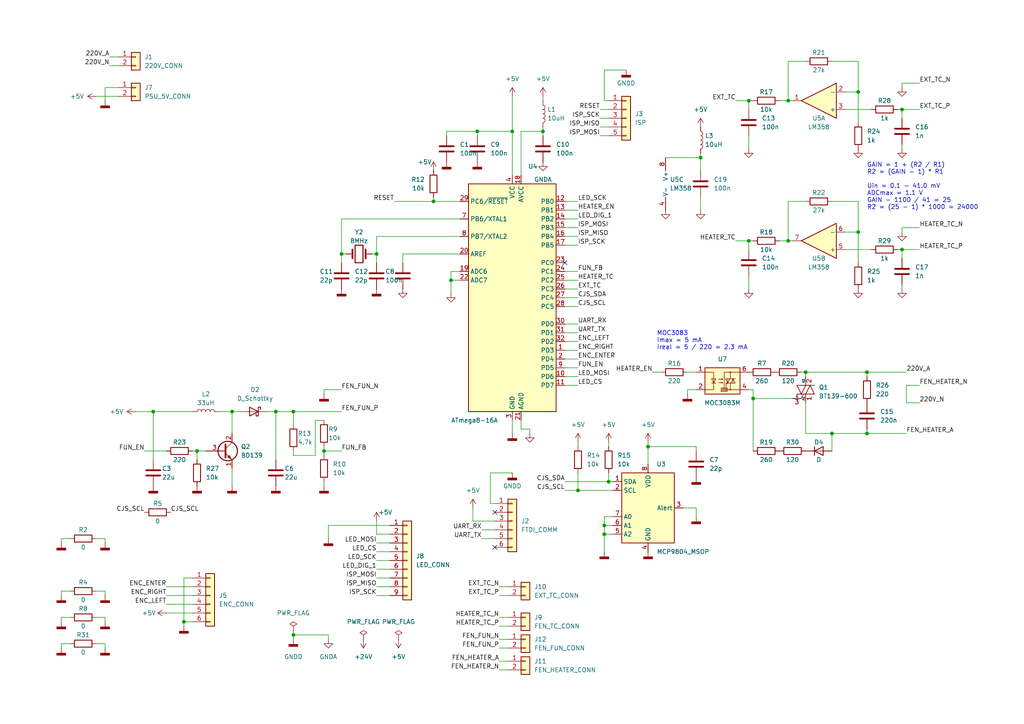
<source format=kicad_sch>
(kicad_sch (version 20211123) (generator eeschema)
  (paper "A4")
  (junction (at 233.68 107.95))
  (junction (at 251.46 125.73))
  (junction (at 187.96 129.54))
  (junction (at 130.81 81.28))
  (junction (at 218.44 115.57))
  (junction (at 228.6 29.21))
  (junction (at 57.15 130.81))
  (junction (at 251.46 107.95))
  (junction (at 93.98 130.81))
  (junction (at 176.53 139.7))
  (junction (at 217.17 69.85))
  (junction (at 228.6 69.85))
  (junction (at 261.62 72.39))
  (junction (at 241.3 125.73))
  (junction (at 175.26 152.4))
  (junction (at 99.06 73.66))
  (junction (at 80.01 119.38))
  (junction (at 109.22 73.66))
  (junction (at 157.48 38.1))
  (junction (at 67.31 119.38))
  (junction (at 167.64 142.24))
  (junction (at 44.45 119.38))
  (junction (at 248.92 26.67))
  (junction (at 148.59 38.1))
  (junction (at 125.73 58.42))
  (junction (at 217.17 29.21))
  (junction (at 203.2 45.72))
  (junction (at 138.43 38.1))
  (junction (at 85.09 119.38))
  (junction (at 175.26 154.94))
  (junction (at 53.34 180.34))
  (junction (at 85.09 184.15))
  (junction (at 248.92 67.31))
  (junction (at 261.62 31.75))
  (no_connect (at 143.51 148.59))
  (no_connect (at 143.51 158.75))
  (no_connect (at 163.83 76.2))
  (wire (pts (xy 241.3 17.78) (xy 248.92 17.78)))
  (wire (pts (xy 129.54 38.1) (xy 138.43 38.1)))
  (wire (pts (xy 163.83 88.9) (xy 167.64 88.9)))
  (wire (pts (xy 229.87 29.21) (xy 228.6 29.21)))
  (wire (pts (xy 80.01 119.38) (xy 80.01 133.35)))
  (wire (pts (xy 218.44 115.57) (xy 229.87 115.57)))
  (wire (pts (xy 53.34 180.34) (xy 53.34 181.61)))
  (wire (pts (xy 217.17 39.37) (xy 217.17 43.18)))
  (wire (pts (xy 233.68 125.73) (xy 241.3 125.73)))
  (wire (pts (xy 77.47 119.38) (xy 80.01 119.38)))
  (wire (pts (xy 144.78 172.72) (xy 147.32 172.72)))
  (wire (pts (xy 261.62 25.4) (xy 261.62 24.13)))
  (wire (pts (xy 57.15 130.81) (xy 59.69 130.81)))
  (wire (pts (xy 213.36 69.85) (xy 217.17 69.85)))
  (wire (pts (xy 57.15 130.81) (xy 57.15 133.35)))
  (wire (pts (xy 187.96 129.54) (xy 187.96 134.62)))
  (wire (pts (xy 125.73 58.42) (xy 133.35 58.42)))
  (wire (pts (xy 48.26 172.72) (xy 55.88 172.72)))
  (wire (pts (xy 113.03 154.94) (xy 109.22 154.94)))
  (wire (pts (xy 20.32 171.45) (xy 17.78 171.45)))
  (wire (pts (xy 91.44 121.92) (xy 93.98 121.92)))
  (wire (pts (xy 99.06 130.81) (xy 93.98 130.81)))
  (wire (pts (xy 85.09 132.08) (xy 91.44 132.08)))
  (wire (pts (xy 144.78 179.07) (xy 147.32 179.07)))
  (wire (pts (xy 217.17 69.85) (xy 218.44 69.85)))
  (wire (pts (xy 93.98 130.81) (xy 93.98 132.08)))
  (wire (pts (xy 163.83 96.52) (xy 167.64 96.52)))
  (wire (pts (xy 109.22 162.56) (xy 113.03 162.56)))
  (wire (pts (xy 262.89 111.76) (xy 266.7 111.76)))
  (wire (pts (xy 261.62 24.13) (xy 266.7 24.13)))
  (wire (pts (xy 203.2 45.72) (xy 203.2 49.53)))
  (wire (pts (xy 217.17 80.01) (xy 217.17 83.82)))
  (wire (pts (xy 48.26 177.8) (xy 55.88 177.8)))
  (wire (pts (xy 226.06 69.85) (xy 228.6 69.85)))
  (wire (pts (xy 44.45 119.38) (xy 44.45 133.35)))
  (wire (pts (xy 251.46 125.73) (xy 262.89 125.73)))
  (wire (pts (xy 148.59 27.94) (xy 148.59 38.1)))
  (wire (pts (xy 151.13 50.8) (xy 151.13 38.1)))
  (wire (pts (xy 167.64 142.24) (xy 177.8 142.24)))
  (wire (pts (xy 245.11 72.39) (xy 252.73 72.39)))
  (wire (pts (xy 95.25 152.4) (xy 95.25 156.21)))
  (wire (pts (xy 67.31 135.89) (xy 67.31 140.97)))
  (wire (pts (xy 63.5 119.38) (xy 67.31 119.38)))
  (wire (pts (xy 228.6 58.42) (xy 233.68 58.42)))
  (wire (pts (xy 80.01 119.38) (xy 85.09 119.38)))
  (wire (pts (xy 248.92 35.56) (xy 248.92 26.67)))
  (wire (pts (xy 201.93 113.03) (xy 199.39 113.03)))
  (wire (pts (xy 48.26 175.26) (xy 55.88 175.26)))
  (wire (pts (xy 163.83 93.98) (xy 167.64 93.98)))
  (wire (pts (xy 251.46 124.46) (xy 251.46 125.73)))
  (wire (pts (xy 187.96 128.27) (xy 187.96 129.54)))
  (wire (pts (xy 109.22 160.02) (xy 113.03 160.02)))
  (wire (pts (xy 173.99 36.83) (xy 176.53 36.83)))
  (wire (pts (xy 157.48 29.21) (xy 157.48 27.94)))
  (wire (pts (xy 245.11 31.75) (xy 252.73 31.75)))
  (wire (pts (xy 163.83 106.68) (xy 167.64 106.68)))
  (wire (pts (xy 130.81 78.74) (xy 133.35 78.74)))
  (wire (pts (xy 199.39 107.95) (xy 201.93 107.95)))
  (wire (pts (xy 167.64 128.27) (xy 167.64 129.54)))
  (wire (pts (xy 20.32 156.21) (xy 17.78 156.21)))
  (wire (pts (xy 175.26 152.4) (xy 175.26 154.94)))
  (wire (pts (xy 226.06 29.21) (xy 228.6 29.21)))
  (wire (pts (xy 176.53 128.27) (xy 176.53 129.54)))
  (wire (pts (xy 163.83 60.96) (xy 167.64 60.96)))
  (wire (pts (xy 217.17 29.21) (xy 218.44 29.21)))
  (wire (pts (xy 31.75 16.51) (xy 34.29 16.51)))
  (wire (pts (xy 130.81 81.28) (xy 130.81 78.74)))
  (wire (pts (xy 261.62 72.39) (xy 261.62 74.93)))
  (wire (pts (xy 176.53 137.16) (xy 176.53 139.7)))
  (wire (pts (xy 201.93 149.86) (xy 201.93 147.32)))
  (wire (pts (xy 20.32 186.69) (xy 17.78 186.69)))
  (wire (pts (xy 167.64 142.24) (xy 163.83 142.24)))
  (wire (pts (xy 266.7 116.84) (xy 262.89 116.84)))
  (wire (pts (xy 167.64 137.16) (xy 167.64 142.24)))
  (wire (pts (xy 130.81 81.28) (xy 133.35 81.28)))
  (wire (pts (xy 17.78 186.69) (xy 17.78 187.96)))
  (wire (pts (xy 17.78 156.21) (xy 17.78 157.48)))
  (wire (pts (xy 125.73 57.15) (xy 125.73 58.42)))
  (wire (pts (xy 17.78 171.45) (xy 17.78 172.72)))
  (wire (pts (xy 218.44 115.57) (xy 218.44 113.03)))
  (wire (pts (xy 167.64 58.42) (xy 163.83 58.42)))
  (wire (pts (xy 228.6 29.21) (xy 228.6 17.78)))
  (wire (pts (xy 248.92 17.78) (xy 248.92 26.67)))
  (wire (pts (xy 163.83 86.36) (xy 167.64 86.36)))
  (wire (pts (xy 167.64 111.76) (xy 163.83 111.76)))
  (wire (pts (xy 129.54 39.37) (xy 129.54 38.1)))
  (wire (pts (xy 30.48 156.21) (xy 30.48 157.48)))
  (wire (pts (xy 109.22 73.66) (xy 109.22 76.2)))
  (wire (pts (xy 175.26 154.94) (xy 175.26 160.02)))
  (wire (pts (xy 151.13 121.92) (xy 151.13 124.46)))
  (wire (pts (xy 228.6 17.78) (xy 233.68 17.78)))
  (wire (pts (xy 144.78 187.96) (xy 147.32 187.96)))
  (wire (pts (xy 116.84 73.66) (xy 116.84 76.2)))
  (wire (pts (xy 85.09 119.38) (xy 85.09 123.19)))
  (wire (pts (xy 173.99 39.37) (xy 176.53 39.37)))
  (wire (pts (xy 261.62 41.91) (xy 261.62 43.18)))
  (wire (pts (xy 175.26 20.32) (xy 181.61 20.32)))
  (wire (pts (xy 260.35 31.75) (xy 261.62 31.75)))
  (wire (pts (xy 93.98 139.7) (xy 93.98 140.97)))
  (wire (pts (xy 251.46 109.22) (xy 251.46 107.95)))
  (wire (pts (xy 55.88 130.81) (xy 57.15 130.81)))
  (wire (pts (xy 30.48 186.69) (xy 30.48 187.96)))
  (wire (pts (xy 175.26 149.86) (xy 175.26 152.4)))
  (wire (pts (xy 175.26 152.4) (xy 177.8 152.4)))
  (wire (pts (xy 189.23 107.95) (xy 191.77 107.95)))
  (wire (pts (xy 99.06 73.66) (xy 99.06 76.2)))
  (wire (pts (xy 41.91 130.81) (xy 48.26 130.81)))
  (wire (pts (xy 93.98 129.54) (xy 93.98 130.81)))
  (wire (pts (xy 261.62 82.55) (xy 261.62 83.82)))
  (wire (pts (xy 27.94 156.21) (xy 30.48 156.21)))
  (wire (pts (xy 218.44 115.57) (xy 218.44 130.81)))
  (wire (pts (xy 248.92 67.31) (xy 245.11 67.31)))
  (wire (pts (xy 109.22 165.1) (xy 113.03 165.1)))
  (wire (pts (xy 144.78 194.31) (xy 147.32 194.31)))
  (wire (pts (xy 148.59 50.8) (xy 148.59 38.1)))
  (wire (pts (xy 261.62 66.04) (xy 266.7 66.04)))
  (wire (pts (xy 67.31 119.38) (xy 69.85 119.38)))
  (wire (pts (xy 187.96 129.54) (xy 201.93 129.54)))
  (wire (pts (xy 53.34 180.34) (xy 55.88 180.34)))
  (wire (pts (xy 95.25 185.42) (xy 95.25 184.15)))
  (wire (pts (xy 85.09 119.38) (xy 99.06 119.38)))
  (wire (pts (xy 163.83 71.12) (xy 167.64 71.12)))
  (wire (pts (xy 163.83 81.28) (xy 167.64 81.28)))
  (wire (pts (xy 53.34 167.64) (xy 53.34 180.34)))
  (wire (pts (xy 175.26 154.94) (xy 177.8 154.94)))
  (wire (pts (xy 137.16 151.13) (xy 137.16 147.32)))
  (wire (pts (xy 99.06 63.5) (xy 99.06 73.66)))
  (wire (pts (xy 261.62 67.31) (xy 261.62 66.04)))
  (wire (pts (xy 143.51 146.05) (xy 142.24 146.05)))
  (wire (pts (xy 201.93 147.32) (xy 198.12 147.32)))
  (wire (pts (xy 251.46 107.95) (xy 262.89 107.95)))
  (wire (pts (xy 133.35 68.58) (xy 109.22 68.58)))
  (wire (pts (xy 30.48 25.4) (xy 30.48 29.21)))
  (wire (pts (xy 91.44 132.08) (xy 91.44 121.92)))
  (wire (pts (xy 99.06 63.5) (xy 133.35 63.5)))
  (wire (pts (xy 148.59 121.92) (xy 148.59 125.73)))
  (wire (pts (xy 251.46 107.95) (xy 233.68 107.95)))
  (wire (pts (xy 173.99 34.29) (xy 176.53 34.29)))
  (wire (pts (xy 67.31 119.38) (xy 67.31 125.73)))
  (wire (pts (xy 109.22 167.64) (xy 113.03 167.64)))
  (wire (pts (xy 144.78 181.61) (xy 147.32 181.61)))
  (wire (pts (xy 27.94 186.69) (xy 30.48 186.69)))
  (wire (pts (xy 27.94 27.94) (xy 34.29 27.94)))
  (wire (pts (xy 232.41 107.95) (xy 233.68 107.95)))
  (wire (pts (xy 157.48 38.1) (xy 157.48 39.37)))
  (wire (pts (xy 163.83 99.06) (xy 167.64 99.06)))
  (wire (pts (xy 241.3 125.73) (xy 241.3 130.81)))
  (wire (pts (xy 213.36 29.21) (xy 217.17 29.21)))
  (wire (pts (xy 85.09 184.15) (xy 85.09 185.42)))
  (wire (pts (xy 93.98 113.03) (xy 99.06 113.03)))
  (wire (pts (xy 142.24 146.05) (xy 142.24 137.16)))
  (wire (pts (xy 31.75 19.05) (xy 34.29 19.05)))
  (wire (pts (xy 39.37 119.38) (xy 44.45 119.38)))
  (wire (pts (xy 233.68 116.84) (xy 233.68 125.73)))
  (wire (pts (xy 85.09 130.81) (xy 85.09 132.08)))
  (wire (pts (xy 177.8 149.86) (xy 175.26 149.86)))
  (wire (pts (xy 27.94 179.07) (xy 30.48 179.07)))
  (wire (pts (xy 163.83 83.82) (xy 167.64 83.82)))
  (wire (pts (xy 99.06 73.66) (xy 100.33 73.66)))
  (wire (pts (xy 201.93 130.81) (xy 201.93 129.54)))
  (wire (pts (xy 199.39 113.03) (xy 199.39 114.3)))
  (wire (pts (xy 44.45 119.38) (xy 55.88 119.38)))
  (wire (pts (xy 163.83 104.14) (xy 167.64 104.14)))
  (wire (pts (xy 248.92 76.2) (xy 248.92 67.31)))
  (wire (pts (xy 85.09 182.88) (xy 85.09 184.15)))
  (wire (pts (xy 109.22 157.48) (xy 113.03 157.48)))
  (wire (pts (xy 229.87 69.85) (xy 228.6 69.85)))
  (wire (pts (xy 114.3 58.42) (xy 125.73 58.42)))
  (wire (pts (xy 176.53 29.21) (xy 175.26 29.21)))
  (wire (pts (xy 116.84 73.66) (xy 133.35 73.66)))
  (wire (pts (xy 17.78 179.07) (xy 17.78 180.34)))
  (wire (pts (xy 109.22 172.72) (xy 113.03 172.72)))
  (wire (pts (xy 261.62 72.39) (xy 266.7 72.39)))
  (wire (pts (xy 130.81 85.09) (xy 130.81 81.28)))
  (wire (pts (xy 93.98 114.3) (xy 93.98 113.03)))
  (wire (pts (xy 30.48 25.4) (xy 34.29 25.4)))
  (wire (pts (xy 248.92 26.67) (xy 245.11 26.67)))
  (wire (pts (xy 241.3 125.73) (xy 251.46 125.73)))
  (wire (pts (xy 139.7 156.21) (xy 143.51 156.21)))
  (wire (pts (xy 27.94 171.45) (xy 30.48 171.45)))
  (wire (pts (xy 144.78 185.42) (xy 147.32 185.42)))
  (wire (pts (xy 109.22 170.18) (xy 113.03 170.18)))
  (wire (pts (xy 163.83 101.6) (xy 167.64 101.6)))
  (wire (pts (xy 113.03 152.4) (xy 95.25 152.4)))
  (wire (pts (xy 163.83 139.7) (xy 176.53 139.7)))
  (wire (pts (xy 260.35 72.39) (xy 261.62 72.39)))
  (wire (pts (xy 157.48 36.83) (xy 157.48 38.1)))
  (wire (pts (xy 163.83 66.04) (xy 167.64 66.04)))
  (wire (pts (xy 151.13 38.1) (xy 157.48 38.1)))
  (wire (pts (xy 109.22 151.13) (xy 109.22 154.94)))
  (wire (pts (xy 107.95 73.66) (xy 109.22 73.66)))
  (wire (pts (xy 193.04 45.72) (xy 203.2 45.72)))
  (wire (pts (xy 163.83 63.5) (xy 167.64 63.5)))
  (wire (pts (xy 138.43 38.1) (xy 138.43 39.37)))
  (wire (pts (xy 138.43 38.1) (xy 148.59 38.1)))
  (wire (pts (xy 175.26 29.21) (xy 175.26 20.32)))
  (wire (pts (xy 241.3 58.42) (xy 248.92 58.42)))
  (wire (pts (xy 143.51 151.13) (xy 137.16 151.13)))
  (wire (pts (xy 163.83 109.22) (xy 167.64 109.22)))
  (wire (pts (xy 55.88 167.64) (xy 53.34 167.64)))
  (wire (pts (xy 163.83 68.58) (xy 167.64 68.58)))
  (wire (pts (xy 217.17 113.03) (xy 218.44 113.03)))
  (wire (pts (xy 248.92 58.42) (xy 248.92 67.31)))
  (wire (pts (xy 30.48 171.45) (xy 30.48 172.72)))
  (wire (pts (xy 144.78 191.77) (xy 147.32 191.77)))
  (wire (pts (xy 85.09 184.15) (xy 95.25 184.15)))
  (wire (pts (xy 203.2 44.45) (xy 203.2 45.72)))
  (wire (pts (xy 217.17 31.75) (xy 217.17 29.21)))
  (wire (pts (xy 30.48 179.07) (xy 30.48 180.34)))
  (wire (pts (xy 176.53 139.7) (xy 177.8 139.7)))
  (wire (pts (xy 142.24 137.16) (xy 148.59 137.16)))
  (wire (pts (xy 261.62 31.75) (xy 261.62 34.29)))
  (wire (pts (xy 153.67 124.46) (xy 153.67 125.73)))
  (wire (pts (xy 173.99 31.75) (xy 176.53 31.75)))
  (wire (pts (xy 139.7 153.67) (xy 143.51 153.67)))
  (wire (pts (xy 261.62 31.75) (xy 266.7 31.75)))
  (wire (pts (xy 109.22 68.58) (xy 109.22 73.66)))
  (wire (pts (xy 151.13 124.46) (xy 153.67 124.46)))
  (wire (pts (xy 233.68 107.95) (xy 233.68 109.22)))
  (wire (pts (xy 144.78 170.18) (xy 147.32 170.18)))
  (wire (pts (xy 203.2 60.96) (xy 203.2 57.15)))
  (wire (pts (xy 228.6 69.85) (xy 228.6 58.42)))
  (wire (pts (xy 217.17 72.39) (xy 217.17 69.85)))
  (wire (pts (xy 48.26 170.18) (xy 55.88 170.18)))
  (wire (pts (xy 262.89 116.84) (xy 262.89 111.76)))
  (wire (pts (xy 163.83 78.74) (xy 167.64 78.74)))
  (wire (pts (xy 20.32 179.07) (xy 17.78 179.07)))
  (text "GAIN = 1 + (R2 / R1)\nR2 = (GAIN - 1) * R1\n\nUin = 0.1 - 41.0 mV\nADCmax = 1.1 V\nGAIN - 1100 / 41 = 25\nR2 = (25 - 1) * 1000 = 24000" (at 251.46 60.96 0) (effects (font (size 1.27 1.27)) (justify left bottom)))
  (text "MOC3083\nImax = 5 mA\nIreal = 5 / 220 = 2.3 mA" (at 190.5 101.6 0) (effects (font (size 1.27 1.27)) (justify left bottom)))
  (label "UART_RX" (at 139.7 153.67 180))
  (label "ISP_MISO" (at 167.64 68.58 0))
  (label "HEATER_TC" (at 167.64 81.28 0))
  (label "UART_TX" (at 139.7 156.21 180))
  (label "ISP_MOSI" (at 109.22 167.64 180))
  (label "ENC_ENTER" (at 167.64 104.14 0))
  (label "220V_N" (at 31.75 19.05 180))
  (label "RESET" (at 114.3 58.42 180))
  (label "UART_TX" (at 167.64 96.52 0))
  (label "ISP_SCK" (at 109.22 172.72 180))
  (label "FUN_FB" (at 167.64 78.74 0))
  (label "HEATER_TC_N" (at 144.78 179.07 180))
  (label "ISP_MISO" (at 109.22 170.18 180))
  (label "EXT_TC" (at 213.36 29.21 180))
  (label "RESET" (at 173.99 31.75 180))
  (label "220V_A" (at 262.89 107.95 0))
  (label "UART_RX" (at 167.64 93.98 0))
  (label "FEN_FUN_N" (at 99.06 113.03 0))
  (label "220V_A" (at 31.75 16.51 180))
  (label "ISP_MISO" (at 173.99 36.83 180))
  (label "LED_CS" (at 167.64 111.76 0))
  (label "FEN_FUN_P" (at 144.78 187.96 180))
  (label "FUN_FB" (at 99.06 130.81 0))
  (label "LED_CS" (at 109.22 160.02 180))
  (label "CJS_SDA" (at 163.83 139.7 180))
  (label "EXT_TC_N" (at 144.78 170.18 180))
  (label "LED_MOSI" (at 109.22 157.48 180))
  (label "LED_DIG_1" (at 167.64 63.5 0))
  (label "CJS_SCL" (at 163.83 142.24 180))
  (label "CJS_SDA" (at 167.64 86.36 0))
  (label "ISP_MOSI" (at 173.99 39.37 180))
  (label "220V_N" (at 266.7 116.84 0))
  (label "ISP_SCK" (at 173.99 34.29 180))
  (label "CJS_SCL" (at 49.53 148.59 0))
  (label "ENC_RIGHT" (at 48.26 172.72 180))
  (label "FEN_HEATER_A" (at 262.89 125.73 0))
  (label "ENC_ENTER" (at 48.26 170.18 180))
  (label "FEN_HEATER_N" (at 144.78 194.31 180))
  (label "LED_DIG_1" (at 109.22 165.1 180))
  (label "ISP_MOSI" (at 167.64 66.04 0))
  (label "EXT_TC_P" (at 266.7 31.75 0))
  (label "CJS_SCL" (at 167.64 88.9 0))
  (label "ENC_LEFT" (at 48.26 175.26 180))
  (label "LED_SCK" (at 167.64 58.42 0))
  (label "EXT_TC" (at 167.64 83.82 0))
  (label "EXT_TC_P" (at 144.78 172.72 180))
  (label "FUN_EN" (at 167.64 106.68 0))
  (label "FUN_EN" (at 41.91 130.81 180))
  (label "FEN_FUN_N" (at 144.78 185.42 180))
  (label "HEATER_TC" (at 213.36 69.85 180))
  (label "FEN_HEATER_N" (at 266.7 111.76 0))
  (label "HEATER_EN" (at 189.23 107.95 180))
  (label "CJS_SCL" (at 41.91 148.59 180))
  (label "HEATER_EN" (at 167.64 60.96 0))
  (label "ISP_SCK" (at 167.64 71.12 0))
  (label "FEN_FUN_P" (at 99.06 119.38 0))
  (label "LED_SCK" (at 109.22 162.56 180))
  (label "ENC_LEFT" (at 167.64 99.06 0))
  (label "ENC_RIGHT" (at 167.64 101.6 0))
  (label "HEATER_TC_P" (at 266.7 72.39 0))
  (label "HEATER_TC_P" (at 144.78 181.61 180))
  (label "HEATER_TC_N" (at 266.7 66.04 0))
  (label "LED_MOSI" (at 167.64 109.22 0))
  (label "EXT_TC_N" (at 266.7 24.13 0))
  (label "FEN_HEATER_A" (at 144.78 191.77 180))
  (symbol (lib_id "Device:R") (at 228.6 107.95 90) (unit 1)
    (property "Reference" "R20" (at 228.6 105.41 90))
    (property "Value" "120" (at 228.6 110.49 90))
    (property "Footprint" "Resistor_SMD:R_0805_2012Metric" (effects hide))
  )
  (symbol (lib_id "Device:R") (at 125.73 53.34 0) (mirror y) (unit 1)
    (property "Reference" "R12" (at 123.19 52.0699 0) (effects (justify left)))
    (property "Value" "10k" (at 123.19 54.6099 0) (effects (justify left)))
    (property "Footprint" "Resistor_SMD:R_0805_2012Metric" (effects hide))
  )
  (symbol (lib_id "Amplifier_Operational:LM358") (at 237.49 29.21 180) (unit 1)
    (property "Reference" "U5" (at 237.49 34.29 0))
    (property "Value" "LM358" (at 237.49 36.83 0))
    (property "Footprint" "Package_SO:SOIC-8_3.9x4.9mm_P1.27mm" (effects hide))
    (property "Datasheet" "http://www.ti.com/lit/ds/symlink/lm2904-n.pdf" (effects hide))
  )
  (symbol (lib_id "Device:C") (at 217.17 35.56 0) (unit 1)
    (property "Reference" "C13" (at 220.98 34.2899 0) (effects (justify left)))
    (property "Value" "100n" (at 220.98 36.8299 0) (effects (justify left)))
    (property "Footprint" "Capacitor_SMD:C_0805_2012Metric" (effects hide))
  )
  (symbol (lib_id "Device:R") (at 229.87 130.81 90) (unit 1)
    (property "Reference" "R30" (at 229.87 128.27 90))
    (property "Value" "120" (at 229.87 133.35 90))
    (property "Footprint" "Resistor_SMD:R_0805_2012Metric" (effects hide))
  )
  (symbol (lib_id "power:GNDA") (at 95.25 185.42 0) (unit 1)
    (property "Reference" "#PWR010" (effects hide))
    (property "Value" "GNDA" (at 95.25 190.5 0))
  )
  (symbol (lib_id "power:GNDD") (at 201.93 138.43 0) (unit 1)
    (property "Reference" "#PWR047" (effects hide))
    (property "Value" "GNDD" (effects hide))
  )
  (symbol (lib_id "power:GNDD") (at 30.48 180.34 0) (unit 1)
    (property "Reference" "#PWR066" (effects hide))
    (property "Value" "GNDD" (effects hide))
  )
  (symbol (lib_id "power:+5V") (at 167.64 128.27 0) (unit 1)
    (property "Reference" "#PWR035" (effects hide))
    (property "Value" "+5V" (at 167.64 123.19 0))
  )
  (symbol (lib_id "power:GNDA") (at 193.04 60.96 0) (unit 1)
    (property "Reference" "#PWR046" (effects hide))
    (property "Value" "GNDA" (effects hide))
  )
  (symbol (lib_id "power:GNDA") (at 153.67 125.73 0) (unit 1)
    (property "Reference" "#PWR068" (effects hide))
    (property "Value" "GNDA" (effects hide))
  )
  (symbol (lib_id "Device:C") (at 203.2 53.34 0) (unit 1)
    (property "Reference" "C19" (at 207.01 52.0699 0) (effects (justify left)))
    (property "Value" "100n" (at 207.01 54.6099 0) (effects (justify left)))
    (property "Footprint" "Capacitor_SMD:C_0805_2012Metric" (effects hide))
  )
  (symbol (lib_id "power:+5V") (at 109.22 151.13 0) (unit 1)
    (property "Reference" "#PWR031" (effects hide))
    (property "Value" "+5V" (at 111.76 148.59 0))
  )
  (symbol (lib_id "power:GNDA") (at 261.62 83.82 0) (unit 1)
    (property "Reference" "#PWR058" (effects hide))
    (property "Value" "GNDA" (effects hide))
  )
  (symbol (lib_id "Amplifier_Operational:LM358") (at 237.49 69.85 180) (unit 2)
    (property "Reference" "U5" (at 237.49 74.93 0))
    (property "Value" "LM358" (at 237.49 77.47 0))
    (property "Footprint" "Package_SO:SOIC-8_3.9x4.9mm_P1.27mm" (effects hide))
    (property "Datasheet" "http://www.ti.com/lit/ds/symlink/lm2904-n.pdf" (effects hide))
  )
  (symbol (lib_id "Device:C") (at 261.62 38.1 0) (unit 1)
    (property "Reference" "C16" (at 265.43 36.8299 0) (effects (justify left)))
    (property "Value" "1n" (at 265.43 39.3699 0) (effects (justify left)))
    (property "Footprint" "Capacitor_SMD:C_0805_2012Metric" (effects hide))
  )
  (symbol (lib_id "Device:R") (at 24.13 171.45 90) (unit 1)
    (property "Reference" "R4" (at 24.13 168.91 90))
    (property "Value" "0" (at 24.13 173.99 90))
    (property "Footprint" "Resistor_SMD:R_1206_3216Metric" (effects hide))
  )
  (symbol (lib_id "Amplifier_Operational:LM358") (at 195.58 53.34 0) (unit 3)
    (property "Reference" "U5" (at 194.31 52.0699 0) (effects (justify left)))
    (property "Value" "LM358" (at 194.31 54.6099 0) (effects (justify left)))
    (property "Footprint" "Package_SO:SOIC-8_3.9x4.9mm_P1.27mm" (effects hide))
    (property "Datasheet" "http://www.ti.com/lit/ds/symlink/lm2904-n.pdf" (effects hide))
  )
  (symbol (lib_id "Device:R") (at 222.25 69.85 90) (unit 1)
    (property "Reference" "R18" (at 222.25 67.31 90))
    (property "Value" "10k" (at 222.25 72.39 90))
    (property "Footprint" "Resistor_SMD:R_0805_2012Metric" (effects hide))
  )
  (symbol (lib_id "power:PWR_FLAG") (at 105.41 185.42 0) (unit 1)
    (property "Reference" "#FLG03" (effects hide))
    (property "Value" "PWR_FLAG" (at 105.41 180.34 0))
  )
  (symbol (lib_id "Device:C") (at 99.06 80.01 0) (unit 1)
    (property "Reference" "C11" (at 92.71 78.74 0) (effects (justify left)))
    (property "Value" "22p" (at 92.71 81.28 0) (effects (justify left)))
    (property "Footprint" "Capacitor_SMD:C_0805_2012Metric" (effects hide))
  )
  (symbol (lib_id "power:GNDD") (at 30.48 172.72 0) (unit 1)
    (property "Reference" "#PWR063" (effects hide))
    (property "Value" "GNDD" (effects hide))
  )
  (symbol (lib_id "Connector_Generic:Conn_01x02") (at 152.4 170.18 0) (unit 1)
    (property "Reference" "J10" (at 154.94 170.1799 0) (effects (justify left)))
    (property "Value" "EXT_TC_CONN" (at 154.94 172.7199 0) (effects (justify left)))
    (property "Footprint" "myLibrary:my_2pin_SMD_conn" (effects hide))
  )
  (symbol (lib_id "power:GNDD") (at 99.06 83.82 0) (unit 1)
    (property "Reference" "#PWR040" (effects hide))
    (property "Value" "GNDD" (effects hide))
  )
  (symbol (lib_id "Device:Crystal") (at 104.14 73.66 0) (unit 1)
    (property "Reference" "Y2" (at 104.14 67.31 0))
    (property "Value" "8MHz" (at 104.14 69.85 0))
    (property "Footprint" "Crystal:Crystal_HC18-U_Vertical" (effects hide))
  )
  (symbol (lib_id "power:GNDA") (at 217.17 43.18 0) (unit 1)
    (property "Reference" "#PWR050" (effects hide))
    (property "Value" "GNDA" (effects hide))
  )
  (symbol (lib_id "power:GNDD") (at 175.26 160.02 0) (unit 1)
    (property "Reference" "#PWR038" (effects hide))
    (property "Value" "GNDD" (effects hide))
  )
  (symbol (lib_id "Sensor_Temperature:MCP9804_MSOP") (at 187.96 147.32 0) (unit 1)
    (property "Reference" "U3" (at 191.77 134.62 0))
    (property "Value" "MCP9804_MSOP" (at 198.12 160.02 0))
    (property "Footprint" "Package_SO:MSOP-8_3x3mm_P0.65mm" (effects hide))
    (property "Datasheet" "http://ww1.microchip.com/downloads/en/DeviceDoc/22203b.pdf" (effects hide))
  )
  (symbol (lib_id "power:GNDD") (at 17.78 157.48 0) (unit 1)
    (property "Reference" "#PWR07" (effects hide))
    (property "Value" "GNDD" (effects hide))
  )
  (symbol (lib_id "power:GNDD") (at 138.43 46.99 0) (unit 1)
    (property "Reference" "#PWR027" (effects hide))
    (property "Value" "GNDD" (effects hide))
  )
  (symbol (lib_id "Device:R") (at 222.25 130.81 90) (unit 1)
    (property "Reference" "R19" (at 222.25 128.27 90))
    (property "Value" "260" (at 222.25 133.35 90))
    (property "Footprint" "Resistor_SMD:R_0805_2012Metric" (effects hide))
  )
  (symbol (lib_id "power:GNDA") (at 203.2 60.96 0) (unit 1)
    (property "Reference" "#PWR059" (effects hide))
    (property "Value" "GNDA" (effects hide))
  )
  (symbol (lib_id "Device:R") (at 45.72 148.59 90) (unit 1)
    (property "Reference" "R5" (at 45.72 146.05 90))
    (property "Value" "0" (at 45.72 151.13 90))
    (property "Footprint" "Resistor_SMD:R_1206_3216Metric" (effects hide))
  )
  (symbol (lib_id "Device:R") (at 176.53 133.35 0) (unit 1)
    (property "Reference" "R15" (at 179.07 132.0799 0) (effects (justify left)))
    (property "Value" "10k" (at 179.07 134.6199 0) (effects (justify left)))
    (property "Footprint" "Resistor_SMD:R_0603_1608Metric" (effects hide))
  )
  (symbol (lib_id "Device:C") (at 251.46 120.65 0) (unit 1)
    (property "Reference" "C15" (at 255.27 119.3799 0) (effects (justify left)))
    (property "Value" "220n" (at 255.27 121.9199 0) (effects (justify left)))
    (property "Footprint" "Capacitor_THT:C_Axial_L12.0mm_D6.5mm_P15.00mm_Horizontal" (effects hide))
  )
  (symbol (lib_id "Device:C") (at 80.01 137.16 0) (unit 1)
    (property "Reference" "C6" (at 82.55 135.89 0) (effects (justify left)))
    (property "Value" "22u" (at 82.55 138.43 0) (effects (justify left)))
    (property "Footprint" "Capacitor_THT:C_Radial_D8.0mm_H7.0mm_P3.50mm" (effects hide))
  )
  (symbol (lib_id "Connector_Generic:Conn_01x02") (at 152.4 179.07 0) (unit 1)
    (property "Reference" "J9" (at 154.94 179.0699 0) (effects (justify left)))
    (property "Value" "FEN_TC_CONN" (at 154.94 181.6099 0) (effects (justify left)))
    (property "Footprint" "myLibrary:my_2pin_SMD_conn" (effects hide))
  )
  (symbol (lib_id "power:GNDA") (at 217.17 83.82 0) (unit 1)
    (property "Reference" "#PWR051" (effects hide))
    (property "Value" "GNDA" (effects hide))
  )
  (symbol (lib_id "power:GNDD") (at 30.48 157.48 0) (unit 1)
    (property "Reference" "#PWR060" (effects hide))
    (property "Value" "GNDD" (effects hide))
  )
  (symbol (lib_id "power:GNDD") (at 17.78 180.34 0) (unit 1)
    (property "Reference" "#PWR064" (effects hide))
    (property "Value" "GNDD" (effects hide))
  )
  (symbol (lib_id "Device:C") (at 217.17 76.2 0) (unit 1)
    (property "Reference" "C14" (at 220.98 74.9299 0) (effects (justify left)))
    (property "Value" "100n" (at 220.98 77.4699 0) (effects (justify left)))
    (property "Footprint" "Capacitor_SMD:C_0805_2012Metric" (effects hide))
  )
  (symbol (lib_id "power:+5V") (at 27.94 27.94 90) (unit 1)
    (property "Reference" "#PWR026" (effects hide))
    (property "Value" "+5V" (at 20.32 27.94 90) (effects (justify right)))
  )
  (symbol (lib_id "power:GNDD") (at 109.22 83.82 0) (unit 1)
    (property "Reference" "#PWR049" (effects hide))
    (property "Value" "GNDD" (effects hide))
  )
  (symbol (lib_id "power:GNDA") (at 130.81 85.09 0) (unit 1)
    (property "Reference" "#PWR021" (effects hide))
    (property "Value" "GNDA" (effects hide))
  )
  (symbol (lib_id "Connector_Generic:Conn_01x02") (at 152.4 185.42 0) (unit 1)
    (property "Reference" "J12" (at 154.94 185.4199 0) (effects (justify left)))
    (property "Value" "FEN_FUN_CONN" (at 154.94 187.9599 0) (effects (justify left)))
    (property "Footprint" "myLibrary:my_2pin_SMD_conn" (effects hide))
  )
  (symbol (lib_id "Connector_Generic:Conn_01x09") (at 118.11 162.56 0) (unit 1)
    (property "Reference" "J8" (at 120.65 161.2899 0) (effects (justify left)))
    (property "Value" "LED_CONN" (at 120.65 163.8299 0) (effects (justify left)))
    (property "Footprint" "myLibrary:my_9pin_SMD_conn" (effects hide))
  )
  (symbol (lib_id "Connector_Generic:Conn_01x02") (at 152.4 191.77 0) (unit 1)
    (property "Reference" "J11" (at 154.94 191.7699 0) (effects (justify left)))
    (property "Value" "FEN_HEATER_CONN" (at 154.94 194.3099 0) (effects (justify left)))
    (property "Footprint" "myLibrary:my_220v_conn" (effects hide))
  )
  (symbol (lib_id "Device:R") (at 195.58 107.95 90) (unit 1)
    (property "Reference" "R16" (at 195.58 105.41 90))
    (property "Value" "220" (at 195.58 110.49 90))
    (property "Footprint" "Resistor_SMD:R_0805_2012Metric" (effects hide))
  )
  (symbol (lib_id "power:+5V") (at 187.96 128.27 0) (unit 1)
    (property "Reference" "#PWR041" (effects hide))
    (property "Value" "+5V" (at 187.96 123.19 0))
  )
  (symbol (lib_id "Device:D") (at 237.49 130.81 0) (unit 1)
    (property "Reference" "D4" (at 237.49 128.27 0))
    (property "Value" "D" (at 237.49 133.35 0))
    (property "Footprint" "Diode_SMD:D_SMA_Handsoldering" (effects hide))
  )
  (symbol (lib_id "Device:C") (at 116.84 80.01 0) (unit 1)
    (property "Reference" "C8" (at 111.76 78.74 0) (effects (justify left)))
    (property "Value" "100n" (at 111.76 81.28 0) (effects (justify left)))
    (property "Footprint" "Capacitor_SMD:C_0805_2012Metric" (effects hide))
  )
  (symbol (lib_id "Device:R") (at 85.09 127 0) (unit 1)
    (property "Reference" "R13" (at 86.36 125.73 0) (effects (justify left)))
    (property "Value" "4.7k" (at 86.36 128.27 0) (effects (justify left)))
    (property "Footprint" "Resistor_SMD:R_0805_2012Metric" (effects hide))
  )
  (symbol (lib_id "power:GNDD") (at 57.15 140.97 0) (unit 1)
    (property "Reference" "#PWR054" (effects hide))
    (property "Value" "GNDD" (effects hide))
  )
  (symbol (lib_id "Device:L") (at 203.2 40.64 0) (unit 1)
    (property "Reference" "L3" (at 204.47 39.3699 0) (effects (justify left)))
    (property "Value" "10uH" (at 204.47 41.9099 0) (effects (justify left)))
    (property "Footprint" "Inductor_THT:L_Axial_L7.0mm_D3.3mm_P12.70mm_Horizontal_Fastron_MICC" (effects hide))
  )
  (symbol (lib_id "Device:L") (at 59.69 119.38 90) (unit 1)
    (property "Reference" "L2" (at 59.69 114.3 90))
    (property "Value" "33uH" (at 59.69 116.84 90))
    (property "Footprint" "Inductor_SMD:L_12x12mm_H4.5mm" (effects hide))
  )
  (symbol (lib_id "power:PWR_FLAG") (at 85.09 182.88 0) (unit 1)
    (property "Reference" "#FLG01" (effects hide))
    (property "Value" "PWR_FLAG" (at 85.09 177.8 0))
  )
  (symbol (lib_id "power:GNDD") (at 17.78 172.72 0) (unit 1)
    (property "Reference" "#PWR062" (effects hide))
    (property "Value" "GNDD" (effects hide))
  )
  (symbol (lib_id "power:GNDD") (at 148.59 137.16 0) (unit 1)
    (property "Reference" "#PWR04" (effects hide))
    (property "Value" "GNDD" (at 148.59 140.97 0))
  )
  (symbol (lib_id "power:GNDD") (at 148.59 125.73 0) (unit 1)
    (property "Reference" "#PWR033" (effects hide))
    (property "Value" "GNDD" (effects hide))
  )
  (symbol (lib_id "Relay_SolidState:MOC3083M") (at 209.55 110.49 0) (unit 1)
    (property "Reference" "U7" (at 209.55 104.14 0))
    (property "Value" "MOC3083M" (at 209.55 116.84 0))
    (property "Footprint" "Package_DIP:DIP-6_W7.62mm" (effects hide))
    (property "Datasheet" "https://www.onsemi.com/pub/Collateral/MOC3083M-D.PDF" (effects hide))
  )
  (symbol (lib_id "power:GNDA") (at 248.92 43.18 0) (unit 1)
    (property "Reference" "#PWR052" (effects hide))
    (property "Value" "GNDA" (effects hide))
  )
  (symbol (lib_id "Device:R") (at 52.07 130.81 90) (unit 1)
    (property "Reference" "R23" (at 52.07 128.27 90))
    (property "Value" "220" (at 52.07 133.35 90))
    (property "Footprint" "Resistor_SMD:R_0805_2012Metric" (effects hide))
  )
  (symbol (lib_id "power:GNDD") (at 187.96 160.02 0) (unit 1)
    (property "Reference" "#PWR042" (effects hide))
    (property "Value" "GNDD" (effects hide))
  )
  (symbol (lib_id "power:GNDD") (at 85.09 185.42 0) (unit 1)
    (property "Reference" "#PWR06" (effects hide))
    (property "Value" "GNDD" (at 85.09 190.5 0))
  )
  (symbol (lib_id "Device:C") (at 157.48 43.18 0) (unit 1)
    (property "Reference" "C10" (at 161.29 41.9099 0) (effects (justify left)))
    (property "Value" "100n" (at 161.29 44.4499 0) (effects (justify left)))
    (property "Footprint" "Capacitor_SMD:C_0805_2012Metric" (effects hide))
  )
  (symbol (lib_id "Device:R") (at 256.54 72.39 90) (unit 1)
    (property "Reference" "R29" (at 256.54 69.85 90))
    (property "Value" "1k" (at 256.54 74.93 90))
    (property "Footprint" "Resistor_SMD:R_0805_2012Metric" (effects hide))
  )
  (symbol (lib_id "power:GNDD") (at 30.48 187.96 0) (unit 1)
    (property "Reference" "#PWR067" (effects hide))
    (property "Value" "GNDD" (effects hide))
  )
  (symbol (lib_id "power:GNDD") (at 201.93 149.86 0) (unit 1)
    (property "Reference" "#PWR048" (effects hide))
    (property "Value" "GNDD" (effects hide))
  )
  (symbol (lib_id "power:GNDD") (at 44.45 140.97 0) (unit 1)
    (property "Reference" "#PWR011" (effects hide))
    (property "Value" "GNDD" (effects hide))
  )
  (symbol (lib_id "power:GNDD") (at 95.25 156.21 0) (unit 1)
    (property "Reference" "#PWR030" (effects hide))
    (property "Value" "GNDD" (effects hide))
  )
  (symbol (lib_id "Device:R") (at 237.49 17.78 90) (unit 1)
    (property "Reference" "R21" (at 237.49 15.24 90))
    (property "Value" "27k" (at 237.49 20.32 90))
    (property "Footprint" "Resistor_SMD:R_0805_2012Metric" (effects hide))
  )
  (symbol (lib_id "power:+5V") (at 148.59 27.94 0) (unit 1)
    (property "Reference" "#PWR032" (effects hide))
    (property "Value" "+5V" (at 148.59 22.86 0))
  )
  (symbol (lib_id "Connector_Generic:Conn_01x06") (at 60.96 172.72 0) (unit 1)
    (property "Reference" "J5" (at 63.5 172.7199 0) (effects (justify left)))
    (property "Value" "ENC_CONN" (at 63.5 175.2599 0) (effects (justify left)))
    (property "Footprint" "Connector_PinHeader_2.54mm:PinHeader_1x06_P2.54mm_Vertical" (effects hide))
  )
  (symbol (lib_id "Device:R") (at 248.92 80.01 0) (unit 1)
    (property "Reference" "R25" (at 251.46 78.7399 0) (effects (justify left)))
    (property "Value" "1k" (at 251.46 81.2799 0) (effects (justify left)))
    (property "Footprint" "Resistor_SMD:R_0805_2012Metric" (effects hide))
  )
  (symbol (lib_id "Transistor_BJT:BD139") (at 64.77 130.81 0) (unit 1)
    (property "Reference" "Q2" (at 69.85 129.5399 0) (effects (justify left)))
    (property "Value" "BD139" (at 69.85 132.0799 0) (effects (justify left)))
    (property "Footprint" "Package_TO_SOT_THT:TO-126-3_Vertical" (effects hide))
    (property "Datasheet" "http://www.st.com/internet/com/TECHNICAL_RESOURCES/TECHNICAL_LITERATURE/DATASHEET/CD00001225.pdf" (effects hide))
  )
  (symbol (lib_id "Device:C") (at 261.62 78.74 0) (unit 1)
    (property "Reference" "C17" (at 265.43 77.4699 0) (effects (justify left)))
    (property "Value" "1n" (at 265.43 80.0099 0) (effects (justify left)))
    (property "Footprint" "Capacitor_SMD:C_0805_2012Metric" (effects hide))
  )
  (symbol (lib_id "Device:R") (at 167.64 133.35 0) (unit 1)
    (property "Reference" "R14" (at 170.18 132.0799 0) (effects (justify left)))
    (property "Value" "10k" (at 170.18 134.6199 0) (effects (justify left)))
    (property "Footprint" "Resistor_SMD:R_0603_1608Metric" (effects hide))
  )
  (symbol (lib_id "Device:R") (at 24.13 179.07 90) (unit 1)
    (property "Reference" "R8" (at 24.13 176.53 90))
    (property "Value" "0" (at 24.13 181.61 90))
    (property "Footprint" "Resistor_SMD:R_1206_3216Metric" (effects hide))
  )
  (symbol (lib_id "Device:R") (at 93.98 125.73 0) (unit 1)
    (property "Reference" "R9" (at 95.25 124.46 0) (effects (justify left)))
    (property "Value" "10k" (at 95.25 127 0) (effects (justify left)))
    (property "Footprint" "Resistor_SMD:R_0805_2012Metric" (effects hide))
  )
  (symbol (lib_id "Device:R") (at 222.25 29.21 90) (unit 1)
    (property "Reference" "R17" (at 222.25 26.67 90))
    (property "Value" "10k" (at 222.25 31.75 90))
    (property "Footprint" "Resistor_SMD:R_0805_2012Metric" (effects hide))
  )
  (symbol (lib_id "power:GNDA") (at 261.62 25.4 0) (unit 1)
    (property "Reference" "#PWR015" (effects hide))
    (property "Value" "GNDA" (effects hide))
  )
  (symbol (lib_id "power:+5V") (at 203.2 36.83 0) (unit 1)
    (property "Reference" "#PWR045" (effects hide))
    (property "Value" "+5V" (at 203.2 31.75 0))
  )
  (symbol (lib_id "power:GNDD") (at 30.48 29.21 0) (unit 1)
    (property "Reference" "#PWR024" (effects hide))
    (property "Value" "GNDD" (effects hide))
  )
  (symbol (lib_id "Device:R") (at 220.98 107.95 90) (unit 1)
    (property "Reference" "R7" (at 220.98 105.41 90))
    (property "Value" "260" (at 220.98 110.49 90))
    (property "Footprint" "Resistor_SMD:R_0805_2012Metric" (effects hide))
  )
  (symbol (lib_id "Device:C") (at 138.43 43.18 0) (unit 1)
    (property "Reference" "C9" (at 142.24 41.9099 0) (effects (justify left)))
    (property "Value" "100n" (at 142.24 44.4499 0) (effects (justify left)))
    (property "Footprint" "Capacitor_SMD:C_0805_2012Metric" (effects hide))
  )
  (symbol (lib_id "Device:R") (at 256.54 31.75 90) (unit 1)
    (property "Reference" "R28" (at 256.54 29.21 90))
    (property "Value" "1k" (at 256.54 34.29 90))
    (property "Footprint" "Resistor_SMD:R_0805_2012Metric" (effects hide))
  )
  (symbol (lib_id "power:GNDD") (at 80.01 140.97 0) (unit 1)
    (property "Reference" "#PWR028" (effects hide))
    (property "Value" "GNDD" (effects hide))
  )
  (symbol (lib_id "Device:R") (at 24.13 186.69 90) (unit 1)
    (property "Reference" "R31" (at 24.13 184.15 90))
    (property "Value" "0" (at 24.13 189.23 90))
    (property "Footprint" "Resistor_SMD:R_1206_3216Metric" (effects hide))
  )
  (symbol (lib_id "power:GNDD") (at 129.54 46.99 0) (unit 1)
    (property "Reference" "#PWR019" (effects hide))
    (property "Value" "GNDD" (effects hide))
  )
  (symbol (lib_id "power:GNDA") (at 157.48 46.99 0) (unit 1)
    (property "Reference" "#PWR037" (effects hide))
    (property "Value" "GNDA" (at 157.48 52.07 0))
  )
  (symbol (lib_id "power:+5V") (at 157.48 27.94 0) (unit 1)
    (property "Reference" "#PWR036" (effects hide))
    (property "Value" "+5V" (at 157.48 22.86 0))
  )
  (symbol (lib_id "power:PWR_FLAG") (at 115.57 185.42 0) (unit 1)
    (property "Reference" "#FLG04" (effects hide))
    (property "Value" "PWR_FLAG" (at 115.57 180.34 0))
  )
  (symbol (lib_id "Device:R") (at 237.49 58.42 90) (unit 1)
    (property "Reference" "R22" (at 237.49 55.88 90))
    (property "Value" "27k" (at 237.49 60.96 90))
    (property "Footprint" "Resistor_SMD:R_0805_2012Metric" (effects hide))
  )
  (symbol (lib_id "power:+5V") (at 39.37 119.38 90) (unit 1)
    (property "Reference" "#PWR09" (effects hide))
    (property "Value" "+5V" (at 31.75 119.38 90) (effects (justify right)))
  )
  (symbol (lib_id "Device:C") (at 201.93 134.62 0) (unit 1)
    (property "Reference" "C7" (at 205.74 133.3499 0) (effects (justify left)))
    (property "Value" "22p" (at 205.74 135.8899 0) (effects (justify left)))
    (property "Footprint" "Capacitor_SMD:C_0805_2012Metric" (effects hide))
  )
  (symbol (lib_id "Device:R") (at 93.98 135.89 0) (unit 1)
    (property "Reference" "R10" (at 96.52 134.6199 0) (effects (justify left)))
    (property "Value" "10k" (at 96.52 137.1599 0) (effects (justify left)))
    (property "Footprint" "Resistor_SMD:R_0805_2012Metric" (effects hide))
  )
  (symbol (lib_id "power:+5V") (at 137.16 147.32 0) (unit 1)
    (property "Reference" "#PWR03" (effects hide))
    (property "Value" "+5V" (at 137.16 142.24 0))
  )
  (symbol (lib_id "Device:R") (at 251.46 113.03 0) (unit 1)
    (property "Reference" "R26" (at 254 111.7599 0) (effects (justify left)))
    (property "Value" "220" (at 254 114.2999 0) (effects (justify left)))
    (property "Footprint" "Resistor_THT:R_Axial_DIN0414_L11.9mm_D4.5mm_P15.24mm_Horizontal" (effects hide))
  )
  (symbol (lib_id "power:GNDA") (at 261.62 43.18 0) (unit 1)
    (property "Reference" "#PWR057" (effects hide))
    (property "Value" "GNDA" (effects hide))
  )
  (symbol (lib_id "Device:L") (at 157.48 33.02 0) (unit 1)
    (property "Reference" "L1" (at 158.75 31.7499 0) (effects (justify left)))
    (property "Value" "10uH" (at 158.75 34.2899 0) (effects (justify left)))
    (property "Footprint" "Inductor_SMD:L_0805_2012Metric" (effects hide))
  )
  (symbol (lib_id "power:+5V") (at 176.53 128.27 0) (unit 1)
    (property "Reference" "#PWR039" (effects hide))
    (property "Value" "+5V" (at 176.53 123.19 0))
  )
  (symbol (lib_id "Connector_Generic:Conn_01x05") (at 181.61 34.29 0) (unit 1)
    (property "Reference" "J3" (at 184.15 33.0199 0) (effects (justify left)))
    (property "Value" "ISP" (at 184.15 35.5599 0) (effects (justify left)))
    (property "Footprint" "Connector_PinSocket_2.54mm:PinSocket_1x05_P2.54mm_Vertical" (effects hide))
  )
  (symbol (lib_id "Device:C") (at 109.22 80.01 0) (unit 1)
    (property "Reference" "C12" (at 102.87 78.74 0) (effects (justify left)))
    (property "Value" "22p" (at 102.87 81.28 0) (effects (justify left)))
    (property "Footprint" "Capacitor_SMD:C_0805_2012Metric" (effects hide))
  )
  (symbol (lib_id "Device:R") (at 57.15 137.16 0) (unit 1)
    (property "Reference" "R27" (at 59.69 135.8899 0) (effects (justify left)))
    (property "Value" "10k" (at 59.69 138.4299 0) (effects (justify left)))
    (property "Footprint" "Resistor_SMD:R_0805_2012Metric" (effects hide))
  )
  (symbol (lib_id "power:+5V") (at 125.73 49.53 0) (mirror y) (unit 1)
    (property "Reference" "#PWR044" (effects hide))
    (property "Value" "+5V" (at 123.19 46.99 0))
  )
  (symbol (lib_id "power:GNDA") (at 261.62 67.31 0) (unit 1)
    (property "Reference" "#PWR018" (effects hide))
    (property "Value" "GNDA" (effects hide))
  )
  (symbol (lib_id "power:+5V") (at 115.57 185.42 0) (mirror x) (unit 1)
    (property "Reference" "#PWR023" (effects hide))
    (property "Value" "+5V" (at 115.57 190.5 0))
  )
  (symbol (lib_id "power:GNDD") (at 199.39 114.3 0) (unit 1)
    (property "Reference" "#PWR043" (effects hide))
    (property "Value" "GNDD" (effects hide))
  )
  (symbol (lib_id "power:GNDD") (at 53.34 181.61 0) (mirror y) (unit 1)
    (property "Reference" "#PWR017" (effects hide))
    (property "Value" "GNDD" (effects hide))
  )
  (symbol (lib_id "Device:R") (at 248.92 39.37 0) (unit 1)
    (property "Reference" "R24" (at 251.46 38.0999 0) (effects (justify left)))
    (property "Value" "1k" (at 251.46 40.6399 0) (effects (justify left)))
    (property "Footprint" "Resistor_SMD:R_1206_3216Metric" (effects hide))
  )
  (symbol (lib_id "power:GNDA") (at 116.84 83.82 0) (unit 1)
    (property "Reference" "#PWR025" (effects hide))
    (property "Value" "GNDA" (effects hide))
  )
  (symbol (lib_id "power:+5V") (at 48.26 177.8 90) (unit 1)
    (property "Reference" "#PWR020" (effects hide))
    (property "Value" "+5V" (at 43.18 177.8 90))
  )
  (symbol (lib_id "MCU_Microchip_ATmega:ATmega8-16A") (at 148.59 86.36 0) (unit 1)
    (property "Reference" "U4" (at 153.1494 48.26 0) (effects (justify left)))
    (property "Value" "ATmega8-16A" (at 130.81 121.92 0) (effects (justify left)))
    (property "Footprint" "Package_QFP:TQFP-32_7x7mm_P0.8mm" (effects hide))
    (property "Datasheet" "http://ww1.microchip.com/downloads/en/DeviceDoc/atmel-2486-8-bit-avr-microcontroller-atmega8_l_datasheet.pdf" (effects hide))
  )
  (symbol (lib_id "Connector_Generic:Conn_01x06") (at 148.59 151.13 0) (unit 1)
    (property "Reference" "J2" (at 151.13 151.1299 0) (effects (justify left)))
    (property "Value" "FTDI_COMM" (at 151.13 153.6699 0) (effects (justify left)))
    (property "Footprint" "Connector_PinSocket_2.54mm:PinSocket_1x06_P2.54mm_Vertical" (effects hide))
  )
  (symbol (lib_id "power:GNDA") (at 248.92 83.82 0) (unit 1)
    (property "Reference" "#PWR053" (effects hide))
    (property "Value" "GNDA" (effects hide))
  )
  (symbol (lib_id "Device:R") (at 24.13 156.21 90) (unit 1)
    (property "Reference" "R2" (at 24.13 153.67 90))
    (property "Value" "0" (at 24.13 158.75 90))
    (property "Footprint" "Resistor_SMD:R_1206_3216Metric" (effects hide))
  )
  (symbol (lib_id "Triac_Thyristor:BT139-600") (at 233.68 113.03 0) (unit 1)
    (property "Reference" "Q1" (at 237.49 112.3441 0) (effects (justify left)))
    (property "Value" "BT139-600" (at 237.49 114.8841 0) (effects (justify left)))
    (property "Footprint" "myLibrary:my_TO-220" (effects hide))
    (property "Datasheet" "https://www.rapidonline.com/pdf/47-3240.pdf" (effects hide))
  )
  (symbol (lib_id "Device:C") (at 129.54 43.18 0) (unit 1)
    (property "Reference" "C1" (at 133.35 41.9099 0) (effects (justify left)))
    (property "Value" "100n" (at 133.35 44.4499 0) (effects (justify left)))
    (property "Footprint" "Capacitor_SMD:C_0805_2012Metric" (effects hide))
  )
  (symbol (lib_id "Connector_Generic:Conn_01x02") (at 39.37 25.4 0) (unit 1)
    (property "Reference" "J7" (at 41.91 25.3999 0) (effects (justify left)))
    (property "Value" "PSU_5V_CONN" (at 41.91 27.9399 0) (effects (justify left)))
    (property "Footprint" "myLibrary:my_2pin_DIP_conn" (effects hide))
  )
  (symbol (lib_id "power:GNDD") (at 181.61 20.32 0) (unit 1)
    (property "Reference" "#PWR05" (effects hide))
    (property "Value" "GNDD" (at 181.61 24.13 0))
  )
  (symbol (lib_id "Device:C") (at 44.45 137.16 0) (unit 1)
    (property "Reference" "C3" (at 46.99 135.89 0) (effects (justify left)))
    (property "Value" "22u" (at 46.99 138.43 0) (effects (justify left)))
    (property "Footprint" "Capacitor_SMD:C_1206_3216Metric" (effects hide))
  )
  (symbol (lib_id "power:GNDD") (at 93.98 140.97 0) (unit 1)
    (property "Reference" "#PWR022" (effects hide))
    (property "Value" "GNDD" (effects hide))
  )
  (symbol (lib_id "power:GNDD") (at 17.78 187.96 0) (unit 1)
    (property "Reference" "#PWR065" (effects hide))
    (property "Value" "GNDD" (effects hide))
  )
  (symbol (lib_id "Connector_Generic:Conn_01x02") (at 39.37 16.51 0) (unit 1)
    (property "Reference" "J1" (at 41.91 16.5099 0) (effects (justify left)))
    (property "Value" "220V_CONN" (at 41.91 19.0499 0) (effects (justify left)))
    (property "Footprint" "myLibrary:my_220v_conn" (effects hide))
  )
  (symbol (lib_id "power:GNDD") (at 67.31 140.97 0) (unit 1)
    (property "Reference" "#PWR056" (effects hide))
    (property "Value" "GNDD" (effects hide))
  )
  (symbol (lib_id "power:GNDD") (at 93.98 114.3 0) (unit 1)
    (property "Reference" "#PWR013" (effects hide))
    (property "Value" "GNDD" (effects hide))
  )
  (symbol (lib_id "Device:D_Schottky") (at 73.66 119.38 0) (mirror y) (unit 1)
    (property "Reference" "D2" (at 73.9775 113.03 0))
    (property "Value" "D_Schottky" (at 73.9775 115.57 0))
    (property "Footprint" "Diode_SMD:D_SMA" (effects hide))
  )
  (symbol (lib_id "power:+24V") (at 105.41 185.42 180) (unit 1)
    (property "Reference" "#PWR034" (effects hide))
    (property "Value" "+24V" (at 105.41 190.5 0))
  )
)
</source>
